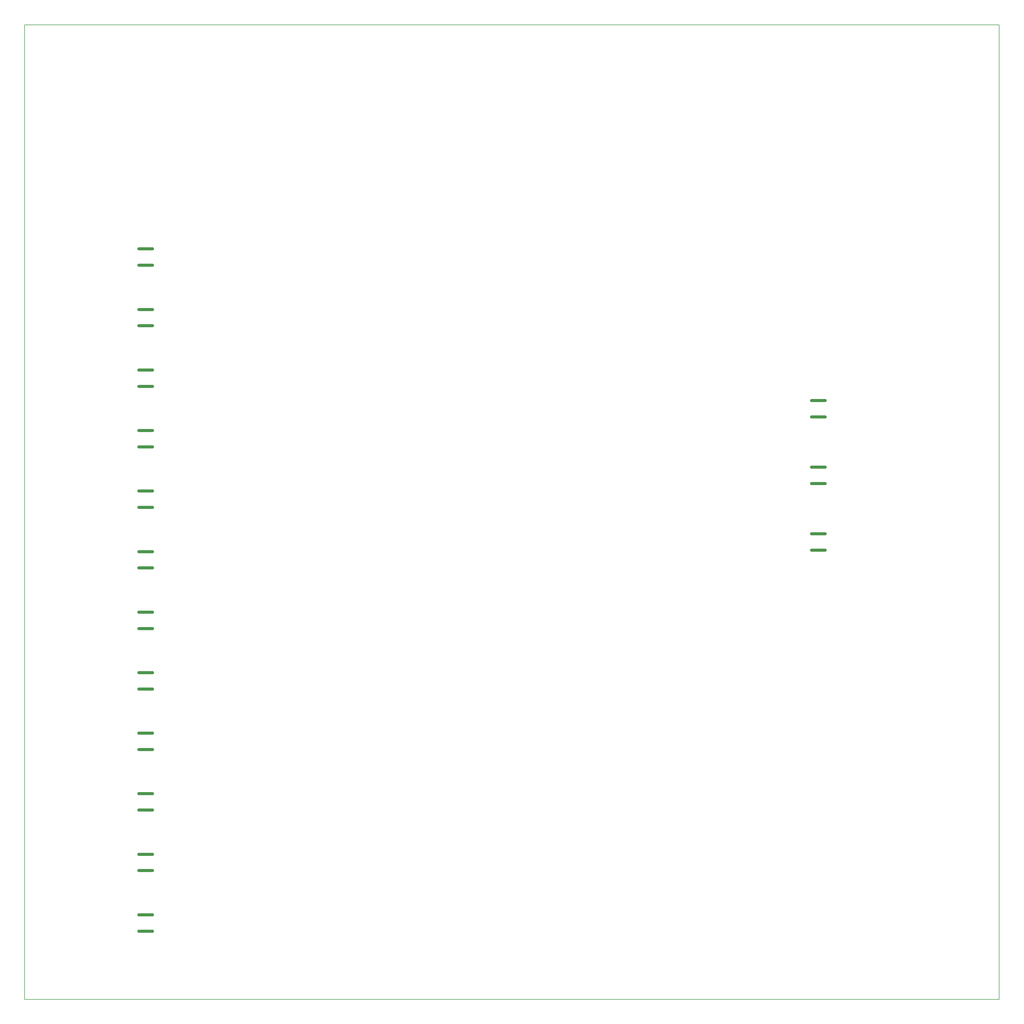
<source format=gko>
G04*
G04 #@! TF.GenerationSoftware,Altium Limited,Altium Designer,25.3.3 (18)*
G04*
G04 Layer_Color=16711935*
%FSLAX44Y44*%
%MOMM*%
G71*
G04*
G04 #@! TF.SameCoordinates,02FA8497-09D8-4EBB-9686-6BBDE5AED0EC*
G04*
G04*
G04 #@! TF.FilePolarity,Positive*
G04*
G01*
G75*
%ADD12C,0.2000*%
%ADD67C,1.0000*%
D12*
Y3220000D02*
X3220000D01*
Y0D02*
Y3220000D01*
X0Y0D02*
X3220000D01*
X0D02*
Y3220000D01*
D67*
X2600000Y1484000D02*
X2645000D01*
X2600000Y1538000D02*
X2645000D01*
X2600000Y1758000D02*
X2645000D01*
X2600000Y1704000D02*
X2645000D01*
X2600000Y1978000D02*
X2645000D01*
X2600000Y1924000D02*
X2645000D01*
X377000Y1225270D02*
X422000D01*
X377000Y1279270D02*
X422000D01*
X377000Y2425270D02*
X422000D01*
X377000Y2479270D02*
X422000D01*
X377000Y2225270D02*
X422000D01*
X377000Y2279270D02*
X422000D01*
X377000Y1425270D02*
X422000D01*
X377000Y1479270D02*
X422000D01*
X377000Y625270D02*
X422000D01*
X377000Y679270D02*
X422000D01*
X377000Y225270D02*
X422000D01*
X377000Y279270D02*
X422000D01*
X377000Y1025270D02*
X422000D01*
X377000Y1079270D02*
X422000D01*
X377000Y1825270D02*
X422000D01*
X377000Y1879270D02*
X422000D01*
X377000Y1625270D02*
X422000D01*
X377000Y1679270D02*
X422000D01*
X377000Y425270D02*
X422000D01*
X377000Y479270D02*
X422000D01*
X377000Y825270D02*
X422000D01*
X377000Y879270D02*
X422000D01*
X377000Y2025270D02*
X422000D01*
X377000Y2079270D02*
X422000D01*
M02*

</source>
